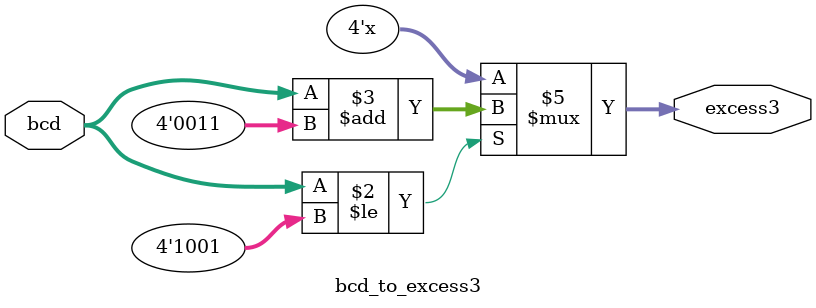
<source format=sv>
module bcd_to_excess3(
  input [3:0] bcd,
  output reg [3:0] excess3
);
  always@(*) begin
    if(bcd <=4'd9)
      excess3= bcd + 4'd3;
    else
      excess3= 4'bxxxx;
  end
endmodule

</source>
